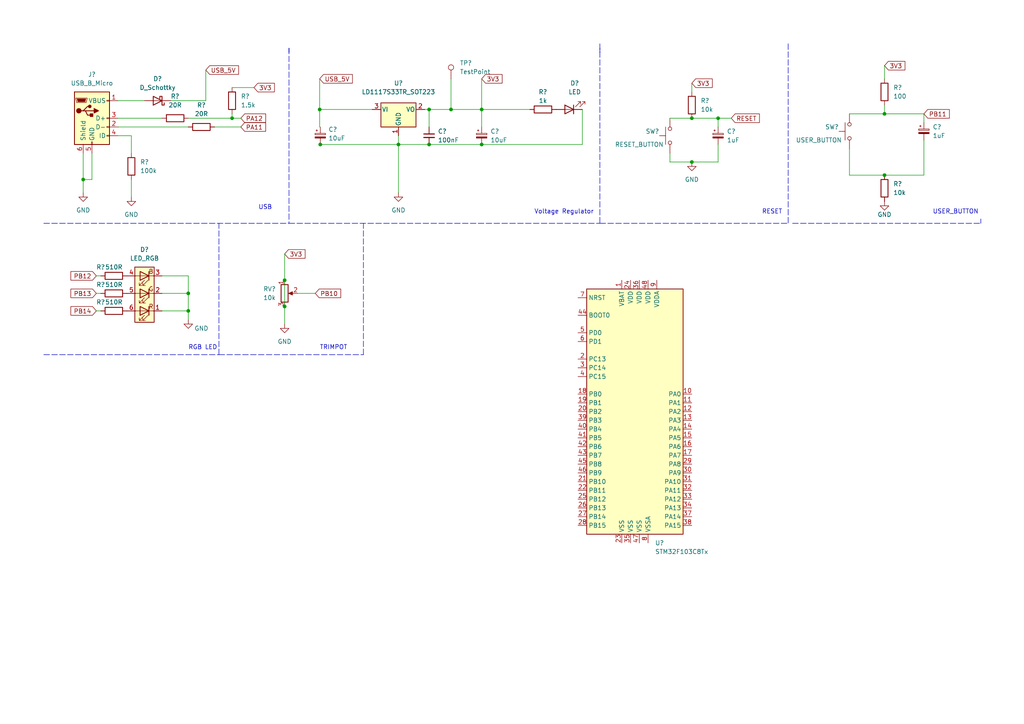
<source format=kicad_sch>
(kicad_sch (version 20211123) (generator eeschema)
  (paper "A4")
  (lib_symbols
    (symbol "Connector:TestPoint" (pin_numbers hide) (pin_names (offset 0.762) hide)
      (property "Reference" "TP" (at 0 6.858 0))
      (property "Value" "TestPoint" (at 0 5.08 0))
      (symbol "TestPoint_0_1"
        (circle (center 0 3.302) (radius 0.762))
      )
      (symbol "TestPoint_1_1"
        (pin passive line (at 0 0 90) (length 2.54) (name "1") (number "1"))
      )
    )
    (symbol "Connector:USB_B_Micro" (pin_names (offset 1.016))
      (property "Reference" "J" (at -5.08 11.43 0))
      (property "Value" "USB_B_Micro" (at -5.08 8.89 0))
      (symbol "USB_B_Micro_0_1"
        (rectangle (start -5.08 -7.62) (end 5.08 7.62) (stroke (width 0.254)) (fill (type background)))
        (circle (center -3.81 2.159) (radius 0.635) (stroke (width 0.254)) (fill (type outline)))
        (circle (center -0.635 3.429) (radius 0.381) (stroke (width 0.254)) (fill (type outline)))
        (rectangle (start -0.127 -7.62) (end 0.127 -6.858))
        (polyline (pts (xy -1.905 2.159) (xy 0.635 2.159)) (stroke (width 0.254)))
        (polyline (pts (xy -3.175 2.159) (xy -2.54 2.159) (xy -1.27 3.429) (xy -0.635 3.429)) (stroke (width 0.254)))
        (polyline (pts (xy -2.54 2.159) (xy -1.905 2.159) (xy -1.27 0.889) (xy 0 0.889)) (stroke (width 0.254)))
        (polyline (pts (xy 0.635 2.794) (xy 0.635 1.524) (xy 1.905 2.159) (xy 0.635 2.794)) (stroke (width 0.254)) (fill (type outline)))
        (polyline (pts (xy -4.318 5.588) (xy -1.778 5.588) (xy -2.032 4.826) (xy -4.064 4.826) (xy -4.318 5.588)) (fill (type outline)))
        (polyline (pts (xy -4.699 5.842) (xy -4.699 5.588) (xy -4.445 4.826) (xy -4.445 4.572) (xy -1.651 4.572) (xy -1.651 4.826) (xy -1.397 5.588) (xy -1.397 5.842) (xy -4.699 5.842)))
        (rectangle (start 0.254 1.27) (end -0.508 0.508) (stroke (width 0.254)) (fill (type outline)))
        (rectangle (start 5.08 -5.207) (end 4.318 -4.953))
        (rectangle (start 5.08 -2.667) (end 4.318 -2.413))
        (rectangle (start 5.08 -0.127) (end 4.318 0.127))
        (rectangle (start 5.08 4.953) (end 4.318 5.207))
      )
      (symbol "USB_B_Micro_1_1"
        (pin power_out line (at 7.62 5.08 180) (length 2.54) (name "VBUS") (number "1"))
        (pin bidirectional line (at 7.62 -2.54 180) (length 2.54) (name "D-") (number "2"))
        (pin bidirectional line (at 7.62 0 180) (length 2.54) (name "D+") (number "3"))
        (pin passive line (at 7.62 -5.08 180) (length 2.54) (name "ID") (number "4"))
        (pin power_out line (at 0 -10.16 90) (length 2.54) (name "GND") (number "5"))
        (pin passive line (at -2.54 -10.16 90) (length 2.54) (name "Shield") (number "6"))
      )
    )
    (symbol "Device:C_Polarized_Small" (pin_numbers hide) (pin_names (offset 0.254) hide)
      (property "Reference" "C" (at 0.254 1.778 0))
      (property "Value" "C_Polarized_Small" (at 0.254 -2.032 0))
      (symbol "C_Polarized_Small_0_1"
        (rectangle (start -1.524 -0.3048) (end 1.524 -0.6858) (fill (type outline)))
        (rectangle (start -1.524 0.6858) (end 1.524 0.3048))
        (polyline (pts (xy -1.27 1.524) (xy -0.762 1.524)))
        (polyline (pts (xy -1.016 1.27) (xy -1.016 1.778)))
      )
      (symbol "C_Polarized_Small_1_1"
        (pin passive line (at 0 2.54 270) (length 1.8542) (name "~") (number "1"))
        (pin passive line (at 0 -2.54 90) (length 1.8542) (name "~") (number "2"))
      )
    )
    (symbol "Device:C_Small" (pin_numbers hide) (pin_names (offset 0.254) hide)
      (property "Reference" "C" (at 0.254 1.778 0))
      (property "Value" "C_Small" (at 0.254 -2.032 0))
      (symbol "C_Small_0_1"
        (polyline (pts (xy -1.524 -0.508) (xy 1.524 -0.508)) (stroke (width 0.3302)))
        (polyline (pts (xy -1.524 0.508) (xy 1.524 0.508)) (stroke (width 0.3048)))
      )
      (symbol "C_Small_1_1"
        (pin passive line (at 0 2.54 270) (length 2.032) (name "~") (number "1"))
        (pin passive line (at 0 -2.54 90) (length 2.032) (name "~") (number "2"))
      )
    )
    (symbol "Device:D_Schottky" (pin_numbers hide) (pin_names (offset 1.016) hide)
      (property "Reference" "D" (at 0 2.54 0))
      (property "Value" "D_Schottky" (at 0 -2.54 0))
      (symbol "D_Schottky_0_1"
        (polyline (pts (xy 1.27 0) (xy -1.27 0)))
        (polyline (pts (xy 1.27 1.27) (xy 1.27 -1.27) (xy -1.27 0) (xy 1.27 1.27)) (stroke (width 0.254)))
        (polyline (pts (xy -1.905 0.635) (xy -1.905 1.27) (xy -1.27 1.27) (xy -1.27 -1.27) (xy -0.635 -1.27) (xy -0.635 -0.635)) (stroke (width 0.254)))
      )
      (symbol "D_Schottky_1_1"
        (pin passive line (at -3.81 0 0) (length 2.54) (name "K") (number "1"))
        (pin passive line (at 3.81 0 180) (length 2.54) (name "A") (number "2"))
      )
    )
    (symbol "Device:LED" (pin_numbers hide) (pin_names (offset 1.016) hide)
      (property "Reference" "D" (at 0 2.54 0))
      (property "Value" "LED" (at 0 -2.54 0))
      (symbol "LED_0_1"
        (polyline (pts (xy -1.27 -1.27) (xy -1.27 1.27)) (stroke (width 0.254)))
        (polyline (pts (xy -1.27 0) (xy 1.27 0)))
        (polyline (pts (xy 1.27 -1.27) (xy 1.27 1.27) (xy -1.27 0) (xy 1.27 -1.27)) (stroke (width 0.254)))
        (polyline (pts (xy -3.048 -0.762) (xy -4.572 -2.286) (xy -3.81 -2.286) (xy -4.572 -2.286) (xy -4.572 -1.524)))
        (polyline (pts (xy -1.778 -0.762) (xy -3.302 -2.286) (xy -2.54 -2.286) (xy -3.302 -2.286) (xy -3.302 -1.524)))
      )
      (symbol "LED_1_1"
        (pin passive line (at -3.81 0 0) (length 2.54) (name "K") (number "1"))
        (pin passive line (at 3.81 0 180) (length 2.54) (name "A") (number "2"))
      )
    )
    (symbol "Device:LED_RGB" (pin_names (offset 0) hide)
      (property "Reference" "D" (at 0 9.398 0))
      (property "Value" "LED_RGB" (at 0 -8.89 0))
      (symbol "LED_RGB_0_0"
        (text "B" (at -1.905 -6.35 0) (effects (font (size 1.27 1.27))))
        (text "G" (at -1.905 -1.27 0) (effects (font (size 1.27 1.27))))
        (text "R" (at -1.905 3.81 0) (effects (font (size 1.27 1.27))))
      )
      (symbol "LED_RGB_0_1"
        (polyline (pts (xy -1.27 -5.08) (xy -2.54 -5.08)))
        (polyline (pts (xy -1.27 -5.08) (xy 1.27 -5.08)))
        (polyline (pts (xy -1.27 -3.81) (xy -1.27 -6.35)) (stroke (width 0.254)))
        (polyline (pts (xy -1.27 0) (xy -2.54 0)))
        (polyline (pts (xy -1.27 1.27) (xy -1.27 -1.27)) (stroke (width 0.254)))
        (polyline (pts (xy -1.27 5.08) (xy -2.54 5.08)))
        (polyline (pts (xy -1.27 5.08) (xy 1.27 5.08)))
        (polyline (pts (xy -1.27 6.35) (xy -1.27 3.81)) (stroke (width 0.254)))
        (polyline (pts (xy 1.27 -5.08) (xy 2.54 -5.08)))
        (polyline (pts (xy 1.27 0) (xy -1.27 0)))
        (polyline (pts (xy 1.27 0) (xy 2.54 0)))
        (polyline (pts (xy 1.27 5.08) (xy 2.54 5.08)))
        (polyline (pts (xy -1.27 1.27) (xy -1.27 -1.27) (xy -1.27 -1.27)))
        (polyline (pts (xy -1.27 6.35) (xy -1.27 3.81) (xy -1.27 3.81)))
        (polyline (pts (xy 1.27 -3.81) (xy 1.27 -6.35) (xy -1.27 -5.08) (xy 1.27 -3.81)) (stroke (width 0.254)))
        (polyline (pts (xy 1.27 1.27) (xy 1.27 -1.27) (xy -1.27 0) (xy 1.27 1.27)) (stroke (width 0.254)))
        (polyline (pts (xy 1.27 6.35) (xy 1.27 3.81) (xy -1.27 5.08) (xy 1.27 6.35)) (stroke (width 0.254)))
        (polyline (pts (xy -1.016 -3.81) (xy 0.508 -2.286) (xy -0.254 -2.286) (xy 0.508 -2.286) (xy 0.508 -3.048)))
        (polyline (pts (xy -1.016 1.27) (xy 0.508 2.794) (xy -0.254 2.794) (xy 0.508 2.794) (xy 0.508 2.032)))
        (polyline (pts (xy -1.016 6.35) (xy 0.508 7.874) (xy -0.254 7.874) (xy 0.508 7.874) (xy 0.508 7.112)))
        (polyline (pts (xy 0 -3.81) (xy 1.524 -2.286) (xy 0.762 -2.286) (xy 1.524 -2.286) (xy 1.524 -3.048)))
        (polyline (pts (xy 0 1.27) (xy 1.524 2.794) (xy 0.762 2.794) (xy 1.524 2.794) (xy 1.524 2.032)))
        (polyline (pts (xy 0 6.35) (xy 1.524 7.874) (xy 0.762 7.874) (xy 1.524 7.874) (xy 1.524 7.112)))
        (rectangle (start 1.27 -1.27) (end 1.27 1.27))
        (rectangle (start 1.27 1.27) (end 1.27 1.27))
        (rectangle (start 1.27 3.81) (end 1.27 6.35))
        (rectangle (start 1.27 6.35) (end 1.27 6.35))
        (rectangle (start 2.794 8.382) (end -2.794 -7.62) (stroke (width 0.254)) (fill (type background)))
      )
      (symbol "LED_RGB_1_1"
        (pin passive line (at -5.08 5.08 0) (length 2.54) (name "RK") (number "1"))
        (pin passive line (at -5.08 0 0) (length 2.54) (name "GK") (number "2"))
        (pin passive line (at -5.08 -5.08 0) (length 2.54) (name "BK") (number "3"))
        (pin passive line (at 5.08 -5.08 180) (length 2.54) (name "BA") (number "4"))
        (pin passive line (at 5.08 0 180) (length 2.54) (name "GA") (number "5"))
        (pin passive line (at 5.08 5.08 180) (length 2.54) (name "RA") (number "6"))
      )
    )
    (symbol "Device:R" (pin_numbers hide) (pin_names (offset 0))
      (property "Reference" "R" (at 2.032 0 90))
      (property "Value" "R" (at 0 0 90))
      (symbol "R_0_1"
        (rectangle (start -1.016 -2.54) (end 1.016 2.54) (stroke (width 0.254)))
      )
      (symbol "R_1_1"
        (pin passive line (at 0 3.81 270) (length 1.27) (name "~") (number "1"))
        (pin passive line (at 0 -3.81 90) (length 1.27) (name "~") (number "2"))
      )
    )
    (symbol "Device:R_Potentiometer" (pin_names (offset 1.016) hide)
      (property "Reference" "RV" (at -4.445 0 90))
      (property "Value" "R_Potentiometer" (at -2.54 0 90))
      (symbol "R_Potentiometer_0_1"
        (polyline (pts (xy 2.54 0) (xy 1.524 0)))
        (polyline (pts (xy 1.143 0) (xy 2.286 0.508) (xy 2.286 -0.508) (xy 1.143 0)) (fill (type outline)))
        (rectangle (start 1.016 2.54) (end -1.016 -2.54) (stroke (width 0.254)))
      )
      (symbol "R_Potentiometer_1_1"
        (pin passive line (at 0 3.81 270) (length 1.27) (name "1") (number "1"))
        (pin passive line (at 3.81 0 180) (length 1.27) (name "2") (number "2"))
        (pin passive line (at 0 -3.81 90) (length 1.27) (name "3") (number "3"))
      )
    )
    (symbol "MCU_ST_STM32F1:STM32F103C8Tx"
      (property "Reference" "U" (at -15.24 36.83 0))
      (property "Value" "STM32F103C8Tx" (at 7.62 36.83 0))
      (symbol "STM32F103C8Tx_0_1"
        (rectangle (start -15.24 -35.56) (end 12.7 35.56) (stroke (width 0.254)) (fill (type background)))
      )
      (symbol "STM32F103C8Tx_1_1"
        (pin power_in line (at -5.08 38.1 270) (length 2.54) (name "VBAT") (number "1"))
        (pin bidirectional line (at 15.24 5.08 180) (length 2.54) (name "PA0") (number "10"))
        (pin bidirectional line (at 15.24 2.54 180) (length 2.54) (name "PA1") (number "11"))
        (pin bidirectional line (at 15.24 0 180) (length 2.54) (name "PA2") (number "12"))
        (pin bidirectional line (at 15.24 -2.54 180) (length 2.54) (name "PA3") (number "13"))
        (pin bidirectional line (at 15.24 -5.08 180) (length 2.54) (name "PA4") (number "14"))
        (pin bidirectional line (at 15.24 -7.62 180) (length 2.54) (name "PA5") (number "15"))
        (pin bidirectional line (at 15.24 -10.16 180) (length 2.54) (name "PA6") (number "16"))
        (pin bidirectional line (at 15.24 -12.7 180) (length 2.54) (name "PA7") (number "17"))
        (pin bidirectional line (at -17.78 5.08 0) (length 2.54) (name "PB0") (number "18"))
        (pin bidirectional line (at -17.78 2.54 0) (length 2.54) (name "PB1") (number "19"))
        (pin bidirectional line (at -17.78 15.24 0) (length 2.54) (name "PC13") (number "2"))
        (pin bidirectional line (at -17.78 0 0) (length 2.54) (name "PB2") (number "20"))
        (pin bidirectional line (at -17.78 -20.32 0) (length 2.54) (name "PB10") (number "21"))
        (pin bidirectional line (at -17.78 -22.86 0) (length 2.54) (name "PB11") (number "22"))
        (pin power_in line (at -5.08 -38.1 90) (length 2.54) (name "VSS") (number "23"))
        (pin power_in line (at -2.54 38.1 270) (length 2.54) (name "VDD") (number "24"))
        (pin bidirectional line (at -17.78 -25.4 0) (length 2.54) (name "PB12") (number "25"))
        (pin bidirectional line (at -17.78 -27.94 0) (length 2.54) (name "PB13") (number "26"))
        (pin bidirectional line (at -17.78 -30.48 0) (length 2.54) (name "PB14") (number "27"))
        (pin bidirectional line (at -17.78 -33.02 0) (length 2.54) (name "PB15") (number "28"))
        (pin bidirectional line (at 15.24 -15.24 180) (length 2.54) (name "PA8") (number "29"))
        (pin bidirectional line (at -17.78 12.7 0) (length 2.54) (name "PC14") (number "3"))
        (pin bidirectional line (at 15.24 -17.78 180) (length 2.54) (name "PA9") (number "30"))
        (pin bidirectional line (at 15.24 -20.32 180) (length 2.54) (name "PA10") (number "31"))
        (pin bidirectional line (at 15.24 -22.86 180) (length 2.54) (name "PA11") (number "32"))
        (pin bidirectional line (at 15.24 -25.4 180) (length 2.54) (name "PA12") (number "33"))
        (pin bidirectional line (at 15.24 -27.94 180) (length 2.54) (name "PA13") (number "34"))
        (pin power_in line (at -2.54 -38.1 90) (length 2.54) (name "VSS") (number "35"))
        (pin power_in line (at 0 38.1 270) (length 2.54) (name "VDD") (number "36"))
        (pin bidirectional line (at 15.24 -30.48 180) (length 2.54) (name "PA14") (number "37"))
        (pin bidirectional line (at 15.24 -33.02 180) (length 2.54) (name "PA15") (number "38"))
        (pin bidirectional line (at -17.78 -2.54 0) (length 2.54) (name "PB3") (number "39"))
        (pin bidirectional line (at -17.78 10.16 0) (length 2.54) (name "PC15") (number "4"))
        (pin bidirectional line (at -17.78 -5.08 0) (length 2.54) (name "PB4") (number "40"))
        (pin bidirectional line (at -17.78 -7.62 0) (length 2.54) (name "PB5") (number "41"))
        (pin bidirectional line (at -17.78 -10.16 0) (length 2.54) (name "PB6") (number "42"))
        (pin bidirectional line (at -17.78 -12.7 0) (length 2.54) (name "PB7") (number "43"))
        (pin input line (at -17.78 27.94 0) (length 2.54) (name "BOOT0") (number "44"))
        (pin bidirectional line (at -17.78 -15.24 0) (length 2.54) (name "PB8") (number "45"))
        (pin bidirectional line (at -17.78 -17.78 0) (length 2.54) (name "PB9") (number "46"))
        (pin power_in line (at 0 -38.1 90) (length 2.54) (name "VSS") (number "47"))
        (pin power_in line (at 2.54 38.1 270) (length 2.54) (name "VDD") (number "48"))
        (pin input line (at -17.78 22.86 0) (length 2.54) (name "PD0") (number "5"))
        (pin input line (at -17.78 20.32 0) (length 2.54) (name "PD1") (number "6"))
        (pin input line (at -17.78 33.02 0) (length 2.54) (name "NRST") (number "7"))
        (pin power_in line (at 2.54 -38.1 90) (length 2.54) (name "VSSA") (number "8"))
        (pin power_in line (at 5.08 38.1 270) (length 2.54) (name "VDDA") (number "9"))
      )
    )
    (symbol "Regulator_Linear:LD1117S33TR_SOT223" (pin_names (offset 0.254))
      (property "Reference" "U" (at -3.81 3.175 0))
      (property "Value" "LD1117S33TR_SOT223" (at 0 3.175 0))
      (symbol "LD1117S33TR_SOT223_0_1"
        (rectangle (start -5.08 -5.08) (end 5.08 1.905) (stroke (width 0.254)) (fill (type background)))
      )
      (symbol "LD1117S33TR_SOT223_1_1"
        (pin power_in line (at 0 -7.62 90) (length 2.54) (name "GND") (number "1"))
        (pin power_out line (at 7.62 0 180) (length 2.54) (name "VO") (number "2"))
        (pin power_in line (at -7.62 0 0) (length 2.54) (name "VI") (number "3"))
      )
    )
    (symbol "Switch:SW_Push" (pin_numbers hide) (pin_names (offset 1.016) hide)
      (property "Reference" "SW" (at 1.27 2.54 0))
      (property "Value" "SW_Push" (at 0 -1.524 0))
      (symbol "SW_Push_0_1"
        (circle (center -2.032 0) (radius 0.508))
        (polyline (pts (xy 0 1.27) (xy 0 3.048)))
        (polyline (pts (xy 2.54 1.27) (xy -2.54 1.27)))
        (circle (center 2.032 0) (radius 0.508))
        (pin passive line (at -5.08 0 0) (length 2.54) (name "1") (number "1"))
        (pin passive line (at 5.08 0 180) (length 2.54) (name "2") (number "2"))
      )
    )
    (symbol "power:GND" (power) (pin_names (offset 0))
      (property "Value" "GND" (at 0 -3.81 0))
      (symbol "GND_0_1"
        (polyline (pts (xy 0 0) (xy 0 -1.27) (xy 1.27 -1.27) (xy 0 -2.54) (xy -1.27 -1.27) (xy 0 -1.27)))
      )
      (symbol "GND_1_1"
        (pin power_in line (at 0 0 270) (length 0) hide (name "GND") (number "1"))
      )
    )
  )
  (junction (at 82.55 81.28))
  (junction (at 130.81 31.75))
  (junction (at 115.57 41.91))
  (junction (at 139.7 31.75))
  (junction (at 200.66 34.29))
  (junction (at 139.7 41.91))
  (junction (at 67.31 34.29))
  (junction (at 124.46 41.91))
  (junction (at 92.8965 41.91))
  (junction (at 124.46 31.75))
  (junction (at 208.28 34.29))
  (junction (at 92.71 31.75))
  (junction (at 200.66 46.99))
  (junction (at 256.54 50.8))
  (junction (at 82.55 88.9))
  (junction (at 54.61 90.17))
  (junction (at 256.54 33.02))
  (junction (at 54.61 85.09))
  (junction (at 24.13 52.07))
  (wire (pts (xy 82.55 88.9) (xy 82.55 93.98)))
  (wire (pts (xy 115.57 55.88) (xy 115.57 41.91)))
  (wire (pts (xy 24.13 44.45) (xy 24.13 52.07)))
  (wire (pts (xy 67.31 34.29) (xy 69.85 34.29)))
  (wire (pts (xy 27.94 80.01) (xy 29.21 80.01)))
  (wire (pts (xy 256.54 50.8) (xy 267.97 50.8)))
  (wire (pts (xy 92.71 41.91) (xy 92.8965 41.91)))
  (polyline (pts (xy 83.82 13.97) (xy 83.82 64.77)))
  (polyline (pts (xy 229.87 64.77) (xy 284.48 64.77)))
  (wire (pts (xy 124.46 31.75) (xy 124.46 36.83)))
  (wire (pts (xy 130.81 31.75) (xy 139.7 31.75)))
  (wire (pts (xy 194.31 34.29) (xy 200.66 34.29)))
  (wire (pts (xy 38.1 44.45) (xy 38.1 39.37)))
  (wire (pts (xy 46.99 80.01) (xy 54.61 80.01)))
  (wire (pts (xy 67.31 25.4) (xy 73.66 25.4)))
  (polyline (pts (xy 284.48 63.5) (xy 284.48 64.77)))
  (polyline (pts (xy 12.7 102.87) (xy 63.5 102.87)))
  (wire (pts (xy 115.57 41.91) (xy 115.57 39.37)))
  (polyline (pts (xy 63.5 102.87) (xy 63.5 64.77)))
  (wire (pts (xy 62.23 36.83) (xy 69.85 36.83)))
  (wire (pts (xy 46.99 90.17) (xy 54.61 90.17)))
  (wire (pts (xy 38.1 57.15) (xy 38.1 52.07)))
  (wire (pts (xy 27.94 85.09) (xy 29.21 85.09)))
  (wire (pts (xy 34.29 29.21) (xy 41.91 29.21)))
  (wire (pts (xy 67.31 33.02) (xy 67.31 34.29)))
  (polyline (pts (xy 173.99 64.77) (xy 228.6 64.77)))
  (polyline (pts (xy 12.7 64.77) (xy 83.82 64.77)))
  (wire (pts (xy 59.69 29.21) (xy 59.69 20.32)))
  (wire (pts (xy 26.67 52.07) (xy 24.13 52.07)))
  (wire (pts (xy 246.38 33.02) (xy 256.54 33.02)))
  (wire (pts (xy 86.36 85.09) (xy 91.44 85.09)))
  (wire (pts (xy 200.66 24.13) (xy 200.66 26.67)))
  (wire (pts (xy 124.46 41.91) (xy 139.7 41.91)))
  (polyline (pts (xy 63.5 102.87) (xy 105.41 102.87)))
  (wire (pts (xy 34.29 34.29) (xy 46.99 34.29)))
  (polyline (pts (xy 228.6 12.7) (xy 228.6 64.77)))
  (polyline (pts (xy 83.82 13.97) (xy 83.82 15.24)))
  (wire (pts (xy 46.99 85.09) (xy 54.61 85.09)))
  (wire (pts (xy 26.67 44.45) (xy 26.67 52.07)))
  (wire (pts (xy 92.71 31.75) (xy 107.95 31.75)))
  (wire (pts (xy 139.7 22.86) (xy 139.7 31.75)))
  (wire (pts (xy 54.61 90.17) (xy 54.61 92.71)))
  (wire (pts (xy 194.31 44.45) (xy 194.31 46.99)))
  (wire (pts (xy 256.54 33.02) (xy 256.54 30.48)))
  (wire (pts (xy 246.38 50.8) (xy 256.54 50.8)))
  (wire (pts (xy 82.55 73.66) (xy 82.55 81.28)))
  (wire (pts (xy 54.61 85.09) (xy 54.61 90.17)))
  (wire (pts (xy 267.97 50.8) (xy 267.97 40.64)))
  (wire (pts (xy 168.91 31.75) (xy 168.91 41.91)))
  (wire (pts (xy 24.13 52.07) (xy 24.13 55.88)))
  (polyline (pts (xy 83.82 64.77) (xy 173.99 64.77)))
  (wire (pts (xy 38.1 39.37) (xy 34.29 39.37)))
  (wire (pts (xy 246.38 43.18) (xy 246.38 50.8)))
  (wire (pts (xy 256.54 19.05) (xy 256.54 22.86)))
  (polyline (pts (xy 173.99 12.7) (xy 173.99 64.77)))
  (wire (pts (xy 200.66 34.29) (xy 208.28 34.29)))
  (wire (pts (xy 27.94 90.17) (xy 29.21 90.17)))
  (wire (pts (xy 267.97 33.02) (xy 267.97 35.56)))
  (wire (pts (xy 115.57 41.91) (xy 124.46 41.91)))
  (wire (pts (xy 194.31 46.99) (xy 200.66 46.99)))
  (wire (pts (xy 208.28 34.29) (xy 208.28 36.83)))
  (wire (pts (xy 54.61 34.29) (xy 67.31 34.29)))
  (wire (pts (xy 49.53 29.21) (xy 59.69 29.21)))
  (wire (pts (xy 139.7 31.75) (xy 153.67 31.75)))
  (polyline (pts (xy 105.41 102.87) (xy 105.41 64.77)))
  (wire (pts (xy 54.61 80.01) (xy 54.61 85.09)))
  (wire (pts (xy 130.81 22.86) (xy 130.81 31.75)))
  (wire (pts (xy 34.29 36.83) (xy 54.61 36.83)))
  (wire (pts (xy 139.7 31.75) (xy 139.7 36.83)))
  (wire (pts (xy 168.91 41.91) (xy 139.7 41.91)))
  (wire (pts (xy 200.66 46.99) (xy 208.28 46.99)))
  (wire (pts (xy 82.55 81.28) (xy 82.55 88.9)))
  (wire (pts (xy 124.46 31.75) (xy 130.81 31.75)))
  (wire (pts (xy 92.71 22.86) (xy 92.71 31.75)))
  (wire (pts (xy 92.8965 41.91) (xy 115.57 41.91)))
  (wire (pts (xy 123.19 31.75) (xy 124.46 31.75)))
  (wire (pts (xy 92.71 36.83) (xy 92.71 31.75)))
  (wire (pts (xy 208.28 46.99) (xy 208.28 41.91)))
  (wire (pts (xy 208.28 34.29) (xy 212.09 34.29)))
  (wire (pts (xy 256.54 33.02) (xy 267.97 33.02)))
  (polyline (pts (xy 173.99 13.97) (xy 173.99 15.24)))
  (text "RESET" (at 220.98 62.23 0) (effects (font (size 1.27 1.27)) (justify left bottom)))
  (text "USB" (at 74.93 60.96 0) (effects (font (size 1.27 1.27)) (justify left bottom)))
  (text "USER_BUTTON" (at 270.51 62.23 0) (effects (font (size 1.27 1.27)) (justify left bottom)))
  (text "Voltage Regulator" (at 154.94 62.23 0) (effects (font (size 1.27 1.27)) (justify left bottom)))
  (text "RGB LED\n" (at 54.61 101.6 0) (effects (font (size 1.27 1.27)) (justify left bottom)))
  (text "TRIMPOT" (at 92.71 101.6 0) (effects (font (size 1.27 1.27)) (justify left bottom)))
  (global_label "PA11" (shape input) (at 69.85 36.83 0) (property "Intersheet References" "${INTERSHEET_REFS}" (effects hide)))
  (global_label "PB10" (shape input) (at 91.44 85.09 0) (property "Intersheet References" "${INTERSHEET_REFS}" (effects hide)))
  (global_label "PA12" (shape input) (at 69.85 34.29 0) (property "Intersheet References" "${INTERSHEET_REFS}" (effects hide)))
  (global_label "PB13" (shape input) (at 27.94 85.09 180) (property "Intersheet References" "${INTERSHEET_REFS}" (effects hide)))
  (global_label "3V3" (shape input) (at 73.66 25.4 0) (property "Intersheet References" "${INTERSHEET_REFS}" (effects hide)))
  (global_label "USB_5V" (shape input) (at 59.69 20.32 0) (property "Intersheet References" "${INTERSHEET_REFS}" (effects hide)))
  (global_label "3V3" (shape input) (at 256.54 19.05 0) (property "Intersheet References" "${INTERSHEET_REFS}" (effects hide)))
  (global_label "3V3" (shape input) (at 139.7 22.86 0) (property "Intersheet References" "${INTERSHEET_REFS}" (effects hide)))
  (global_label "3V3" (shape input) (at 200.66 24.13 0) (property "Intersheet References" "${INTERSHEET_REFS}" (effects hide)))
  (global_label "PB11" (shape input) (at 267.97 33.02 0) (property "Intersheet References" "${INTERSHEET_REFS}" (effects hide)))
  (global_label "USB_5V" (shape input) (at 92.71 22.86 0) (property "Intersheet References" "${INTERSHEET_REFS}" (effects hide)))
  (global_label "3V3" (shape input) (at 82.55 73.66 0) (property "Intersheet References" "${INTERSHEET_REFS}" (effects hide)))
  (global_label "PB14" (shape input) (at 27.94 90.17 180) (property "Intersheet References" "${INTERSHEET_REFS}" (effects hide)))
  (global_label "PB12" (shape input) (at 27.94 80.01 180) (property "Intersheet References" "${INTERSHEET_REFS}" (effects hide)))
  (global_label "RESET" (shape input) (at 212.09 34.29 0) (property "Intersheet References" "${INTERSHEET_REFS}" (effects hide)))
  (symbol (lib_id "Device:C_Polarized_Small") (at 267.97 38.1 0) (unit 1)
    (property "Reference" "C?" (at 270.51 36.83 0) (effects (justify left)))
    (property "Value" "1uF" (at 270.51 39.37 0) (effects (justify left)))
  )
  (symbol (lib_id "Connector:USB_B_Micro") (at 26.67 34.29 0) (unit 1)
    (property "Reference" "J?" (at 26.67 21.59 0))
    (property "Value" "USB_B_Micro" (at 26.67 24.13 0))
  )
  (symbol (lib_id "power:GND") (at 82.55 93.98 0) (unit 1)
    (property "Reference" "#PWR?" (effects hide))
    (property "Value" "GND" (at 82.55 99.06 0))
  )
  (symbol (lib_id "Device:C_Polarized_Small") (at 92.8965 39.37 0) (unit 1)
    (property "Reference" "C?" (at 95.25 37.5538 0) (effects (justify left)))
    (property "Value" "10uF" (at 95.25 40.0938 0) (effects (justify left)))
  )
  (symbol (lib_id "Device:LED_RGB") (at 41.91 85.09 180) (unit 1)
    (property "Reference" "D?" (at 41.91 72.39 0))
    (property "Value" "LED_RGB" (at 41.91 74.93 0))
    (property "Footprint" "LED_SMD:LED_RGB_5050-6" (effects hide))
  )
  (symbol (lib_id "Device:R_Potentiometer") (at 82.55 85.09 0) (unit 1)
    (property "Reference" "RV?" (at 80.01 83.8199 0) (effects (justify right)))
    (property "Value" "10k" (at 80.01 86.3599 0) (effects (justify right)))
  )
  (symbol (lib_id "Device:C_Polarized_Small") (at 208.28 39.37 0) (unit 1)
    (property "Reference" "C?" (at 210.82 38.1 0) (effects (justify left)))
    (property "Value" "1uF" (at 210.82 40.64 0) (effects (justify left)))
  )
  (symbol (lib_id "Device:R") (at 58.42 36.83 90) (unit 1)
    (property "Reference" "R?" (at 58.42 30.48 90))
    (property "Value" "20R" (at 58.42 33.02 90))
  )
  (symbol (lib_id "power:GND") (at 38.1 57.15 0) (unit 1)
    (property "Reference" "#PWR?" (effects hide))
    (property "Value" "GND" (at 38.1 62.23 0))
  )
  (symbol (lib_id "Switch:SW_Push") (at 246.38 38.1 90) (unit 1)
    (property "Reference" "SW?" (at 241.3 36.83 90))
    (property "Value" "USER_BUTTON" (at 237.49 40.64 90))
  )
  (symbol (lib_id "power:GND") (at 200.66 46.99 0) (unit 1)
    (property "Reference" "#PWR?" (effects hide))
    (property "Value" "GND" (at 200.66 52.07 0))
  )
  (symbol (lib_id "Device:R") (at 256.54 26.67 0) (unit 1)
    (property "Reference" "R?" (at 259.08 25.3999 0) (effects (justify left)))
    (property "Value" "100" (at 259.08 27.9399 0) (effects (justify left)))
  )
  (symbol (lib_id "MCU_ST_STM32F1:STM32F103C8Tx") (at 185.42 119.38 0) (unit 1)
    (property "Reference" "U?" (at 189.9794 157.48 0) (effects (justify left)))
    (property "Value" "STM32F103C8Tx" (at 189.9794 160.02 0) (effects (justify left)))
    (property "Footprint" "Package_QFP:LQFP-48_7x7mm_P0.5mm" (effects hide))
    (property "Datasheet" "http://www.st.com/st-web-ui/static/active/en/resource/technical/document/datasheet/CD00161566.pdf" (effects hide))
  )
  (symbol (lib_id "Device:R") (at 33.02 80.01 90) (unit 1)
    (property "Reference" "R?" (at 29.21 77.47 90))
    (property "Value" "510R" (at 33.02 77.47 90))
  )
  (symbol (lib_id "Device:R") (at 256.54 54.61 0) (unit 1)
    (property "Reference" "R?" (at 259.08 53.3399 0) (effects (justify left)))
    (property "Value" "10k" (at 259.08 55.8799 0) (effects (justify left)))
  )
  (symbol (lib_id "Device:R") (at 38.1 48.26 0) (unit 1)
    (property "Reference" "R?" (at 40.64 46.9899 0) (effects (justify left)))
    (property "Value" "100k" (at 40.64 49.5299 0) (effects (justify left)))
  )
  (symbol (lib_id "Switch:SW_Push") (at 194.31 39.37 90) (unit 1)
    (property "Reference" "SW?" (at 189.23 38.1 90))
    (property "Value" "RESET_BUTTON" (at 185.42 41.91 90))
  )
  (symbol (lib_id "Device:R") (at 33.02 85.09 90) (unit 1)
    (property "Reference" "R?" (at 29.21 82.55 90))
    (property "Value" "510R" (at 33.02 82.55 90))
  )
  (symbol (lib_id "Device:R") (at 157.48 31.75 90) (unit 1)
    (property "Reference" "R?" (at 157.48 26.67 90))
    (property "Value" "1k" (at 157.48 29.21 90))
  )
  (symbol (lib_id "Device:D_Schottky") (at 45.72 29.21 180) (unit 1)
    (property "Reference" "D?" (at 45.72 22.86 0))
    (property "Value" "D_Schottky" (at 45.72 25.4 0))
  )
  (symbol (lib_id "Device:R") (at 50.8 34.29 90) (unit 1)
    (property "Reference" "R?" (at 50.8 27.94 90))
    (property "Value" "20R" (at 50.8 30.48 90))
  )
  (symbol (lib_id "Device:LED") (at 165.1 31.75 180) (unit 1)
    (property "Reference" "D?" (at 166.6875 24.13 0))
    (property "Value" "LED" (at 166.6875 26.67 0))
  )
  (symbol (lib_id "Regulator_Linear:LD1117S33TR_SOT223") (at 115.57 31.75 0) (unit 1)
    (property "Reference" "U?" (at 115.57 24.13 0))
    (property "Value" "LD1117S33TR_SOT223" (at 115.57 26.67 0))
    (property "Footprint" "Package_TO_SOT_SMD:SOT-223-3_TabPin2" (effects hide))
    (property "Datasheet" "http://www.st.com/st-web-ui/static/active/en/resource/technical/document/datasheet/CD00000544.pdf" (effects hide))
  )
  (symbol (lib_id "Device:C_Polarized_Small") (at 139.7 39.37 0) (unit 1)
    (property "Reference" "C?" (at 142.24 38.1 0) (effects (justify left)))
    (property "Value" "10uF" (at 142.24 40.64 0) (effects (justify left)))
  )
  (symbol (lib_id "power:GND") (at 256.54 58.42 0) (unit 1)
    (property "Reference" "#PWR?" (effects hide))
    (property "Value" "GND" (at 256.54 62.23 0))
  )
  (symbol (lib_id "Device:R") (at 33.02 90.17 90) (unit 1)
    (property "Reference" "R?" (at 29.21 87.63 90))
    (property "Value" "510R" (at 33.02 87.63 90))
  )
  (symbol (lib_id "power:GND") (at 115.57 55.88 0) (unit 1)
    (property "Reference" "#PWR?" (effects hide))
    (property "Value" "GND" (at 115.57 60.96 0))
  )
  (symbol (lib_id "Device:R") (at 200.66 30.48 0) (unit 1)
    (property "Reference" "R?" (at 203.2 29.2099 0) (effects (justify left)))
    (property "Value" "10k" (at 203.2 31.7499 0) (effects (justify left)))
  )
  (symbol (lib_id "Device:R") (at 67.31 29.21 0) (unit 1)
    (property "Reference" "R?" (at 69.85 27.9399 0) (effects (justify left)))
    (property "Value" "1.5k" (at 69.85 30.4799 0) (effects (justify left)))
  )
  (symbol (lib_id "Connector:TestPoint") (at 130.81 22.86 0) (unit 1)
    (property "Reference" "TP?" (at 133.35 18.2879 0) (effects (justify left)))
    (property "Value" "TestPoint" (at 133.35 20.8279 0) (effects (justify left)))
  )
  (symbol (lib_id "Device:C_Small") (at 124.46 39.37 0) (unit 1)
    (property "Reference" "C?" (at 127 38.1 0) (effects (justify left)))
    (property "Value" "100nF" (at 127 40.64 0) (effects (justify left)))
  )
  (symbol (lib_id "power:GND") (at 24.13 55.88 0) (unit 1)
    (property "Reference" "#PWR?" (effects hide))
    (property "Value" "GND" (at 24.13 60.96 0))
  )
  (symbol (lib_id "power:GND") (at 54.61 92.71 0) (unit 1)
    (property "Reference" "#PWR?" (effects hide))
    (property "Value" "GND" (at 58.42 95.25 0))
  )
)
</source>
